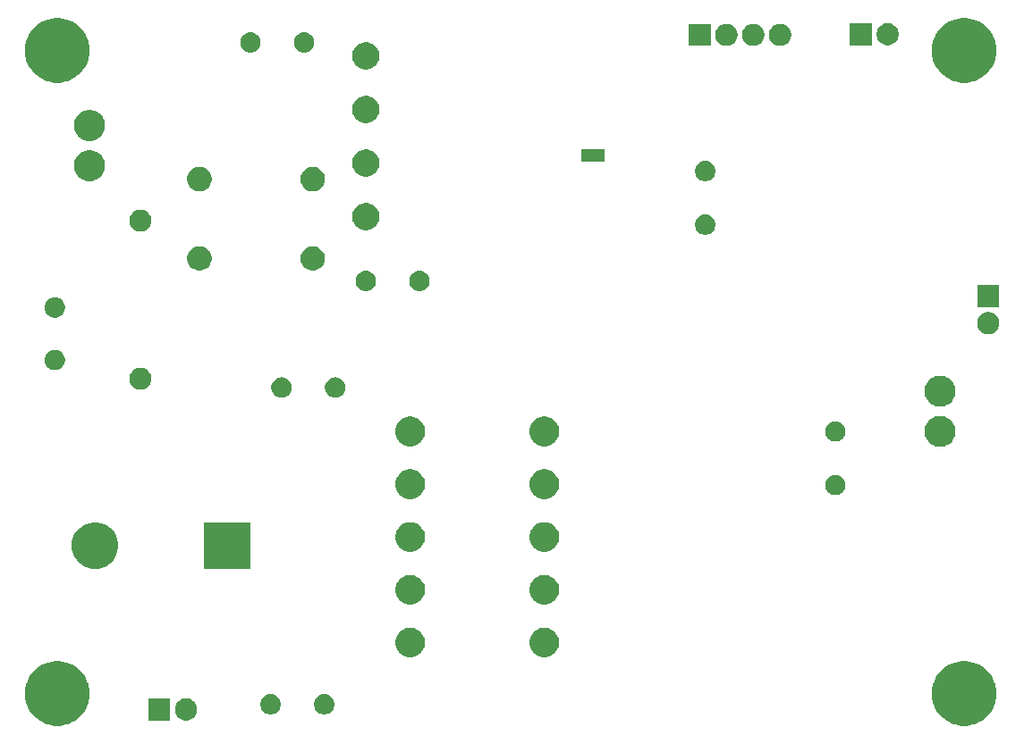
<source format=gbr>
G04 #@! TF.GenerationSoftware,KiCad,Pcbnew,(5.1.5)-3*
G04 #@! TF.CreationDate,2020-01-12T00:37:19-05:00*
G04 #@! TF.ProjectId,MAX17595_offline_20V_supply_v1,4d415831-3735-4393-955f-6f66666c696e,rev?*
G04 #@! TF.SameCoordinates,Original*
G04 #@! TF.FileFunction,Soldermask,Bot*
G04 #@! TF.FilePolarity,Negative*
%FSLAX46Y46*%
G04 Gerber Fmt 4.6, Leading zero omitted, Abs format (unit mm)*
G04 Created by KiCad (PCBNEW (5.1.5)-3) date 2020-01-12 00:37:19*
%MOMM*%
%LPD*%
G04 APERTURE LIST*
%ADD10C,0.100000*%
G04 APERTURE END LIST*
D10*
G36*
X163741073Y-115072696D02*
G01*
X164214772Y-115166920D01*
X164493279Y-115282282D01*
X164771785Y-115397643D01*
X164771786Y-115397644D01*
X165273083Y-115732599D01*
X165699401Y-116158917D01*
X165923211Y-116493873D01*
X166034357Y-116660215D01*
X166149718Y-116938721D01*
X166265080Y-117217228D01*
X166382700Y-117808548D01*
X166382700Y-118411452D01*
X166265080Y-119002772D01*
X166210258Y-119135123D01*
X166034357Y-119559785D01*
X165923211Y-119726127D01*
X165699401Y-120061083D01*
X165273083Y-120487401D01*
X164974062Y-120687200D01*
X164771785Y-120822357D01*
X164493279Y-120937718D01*
X164214772Y-121053080D01*
X163741073Y-121147304D01*
X163623453Y-121170700D01*
X163020547Y-121170700D01*
X162902927Y-121147304D01*
X162429228Y-121053080D01*
X162150721Y-120937718D01*
X161872215Y-120822357D01*
X161669938Y-120687200D01*
X161370917Y-120487401D01*
X160944599Y-120061083D01*
X160720789Y-119726127D01*
X160609643Y-119559785D01*
X160433742Y-119135123D01*
X160378920Y-119002772D01*
X160261300Y-118411452D01*
X160261300Y-117808548D01*
X160378920Y-117217228D01*
X160494282Y-116938721D01*
X160609643Y-116660215D01*
X160720789Y-116493873D01*
X160944599Y-116158917D01*
X161370917Y-115732599D01*
X161872214Y-115397644D01*
X161872215Y-115397643D01*
X162150721Y-115282282D01*
X162429228Y-115166920D01*
X162902927Y-115072696D01*
X163020547Y-115049300D01*
X163623453Y-115049300D01*
X163741073Y-115072696D01*
G37*
G36*
X77889073Y-115072696D02*
G01*
X78362772Y-115166920D01*
X78641279Y-115282282D01*
X78919785Y-115397643D01*
X78919786Y-115397644D01*
X79421083Y-115732599D01*
X79847401Y-116158917D01*
X80071211Y-116493873D01*
X80182357Y-116660215D01*
X80297718Y-116938721D01*
X80413080Y-117217228D01*
X80530700Y-117808548D01*
X80530700Y-118411452D01*
X80413080Y-119002772D01*
X80358258Y-119135123D01*
X80182357Y-119559785D01*
X80071211Y-119726127D01*
X79847401Y-120061083D01*
X79421083Y-120487401D01*
X79122062Y-120687200D01*
X78919785Y-120822357D01*
X78641279Y-120937718D01*
X78362772Y-121053080D01*
X77889073Y-121147304D01*
X77771453Y-121170700D01*
X77168547Y-121170700D01*
X77050927Y-121147304D01*
X76577228Y-121053080D01*
X76298721Y-120937718D01*
X76020215Y-120822357D01*
X75817938Y-120687200D01*
X75518917Y-120487401D01*
X75092599Y-120061083D01*
X74868789Y-119726127D01*
X74757643Y-119559785D01*
X74581742Y-119135123D01*
X74526920Y-119002772D01*
X74409300Y-118411452D01*
X74409300Y-117808548D01*
X74526920Y-117217228D01*
X74642282Y-116938721D01*
X74757643Y-116660215D01*
X74868789Y-116493873D01*
X75092599Y-116158917D01*
X75518917Y-115732599D01*
X76020214Y-115397644D01*
X76020215Y-115397643D01*
X76298721Y-115282282D01*
X76577228Y-115166920D01*
X77050927Y-115072696D01*
X77168547Y-115049300D01*
X77771453Y-115049300D01*
X77889073Y-115072696D01*
G37*
G36*
X88175200Y-120687200D02*
G01*
X86068800Y-120687200D01*
X86068800Y-118580800D01*
X88175200Y-118580800D01*
X88175200Y-120687200D01*
G37*
G36*
X89969207Y-118621274D02*
G01*
X90160877Y-118700666D01*
X90333376Y-118815926D01*
X90480074Y-118962624D01*
X90595334Y-119135123D01*
X90674726Y-119326793D01*
X90715200Y-119530269D01*
X90715200Y-119737731D01*
X90674726Y-119941207D01*
X90595334Y-120132877D01*
X90480074Y-120305376D01*
X90333376Y-120452074D01*
X90160877Y-120567334D01*
X89969207Y-120646726D01*
X89765731Y-120687200D01*
X89558269Y-120687200D01*
X89354793Y-120646726D01*
X89163123Y-120567334D01*
X88990624Y-120452074D01*
X88843926Y-120305376D01*
X88728666Y-120132877D01*
X88649274Y-119941207D01*
X88608800Y-119737731D01*
X88608800Y-119530269D01*
X88649274Y-119326793D01*
X88728666Y-119135123D01*
X88843926Y-118962624D01*
X88990624Y-118815926D01*
X89163123Y-118700666D01*
X89354793Y-118621274D01*
X89558269Y-118580800D01*
X89765731Y-118580800D01*
X89969207Y-118621274D01*
G37*
G36*
X97795155Y-118168178D02*
G01*
X97944537Y-118197891D01*
X98009424Y-118224769D01*
X98120194Y-118270651D01*
X98278279Y-118376280D01*
X98412720Y-118510721D01*
X98518349Y-118668806D01*
X98531546Y-118700667D01*
X98591109Y-118844463D01*
X98628200Y-119030937D01*
X98628200Y-119221063D01*
X98591109Y-119407537D01*
X98564231Y-119472424D01*
X98518349Y-119583194D01*
X98412720Y-119741279D01*
X98278279Y-119875720D01*
X98120194Y-119981349D01*
X98009424Y-120027231D01*
X97944537Y-120054109D01*
X97795155Y-120083822D01*
X97758064Y-120091200D01*
X97567936Y-120091200D01*
X97530845Y-120083822D01*
X97381463Y-120054109D01*
X97316576Y-120027231D01*
X97205806Y-119981349D01*
X97047721Y-119875720D01*
X96913280Y-119741279D01*
X96807651Y-119583194D01*
X96761769Y-119472424D01*
X96734891Y-119407537D01*
X96697800Y-119221063D01*
X96697800Y-119030937D01*
X96734891Y-118844463D01*
X96794454Y-118700667D01*
X96807651Y-118668806D01*
X96913280Y-118510721D01*
X97047721Y-118376280D01*
X97205806Y-118270651D01*
X97316576Y-118224769D01*
X97381463Y-118197891D01*
X97530845Y-118168178D01*
X97567936Y-118160800D01*
X97758064Y-118160800D01*
X97795155Y-118168178D01*
G37*
G36*
X102875155Y-118168178D02*
G01*
X103024537Y-118197891D01*
X103089424Y-118224769D01*
X103200194Y-118270651D01*
X103358279Y-118376280D01*
X103492720Y-118510721D01*
X103598349Y-118668806D01*
X103611546Y-118700667D01*
X103671109Y-118844463D01*
X103708200Y-119030937D01*
X103708200Y-119221063D01*
X103671109Y-119407537D01*
X103644231Y-119472424D01*
X103598349Y-119583194D01*
X103492720Y-119741279D01*
X103358279Y-119875720D01*
X103200194Y-119981349D01*
X103089424Y-120027231D01*
X103024537Y-120054109D01*
X102875155Y-120083822D01*
X102838064Y-120091200D01*
X102647936Y-120091200D01*
X102610845Y-120083822D01*
X102461463Y-120054109D01*
X102396576Y-120027231D01*
X102285806Y-119981349D01*
X102127721Y-119875720D01*
X101993280Y-119741279D01*
X101887651Y-119583194D01*
X101841769Y-119472424D01*
X101814891Y-119407537D01*
X101777800Y-119221063D01*
X101777800Y-119030937D01*
X101814891Y-118844463D01*
X101874454Y-118700667D01*
X101887651Y-118668806D01*
X101993280Y-118510721D01*
X102127721Y-118376280D01*
X102285806Y-118270651D01*
X102396576Y-118224769D01*
X102461463Y-118197891D01*
X102610845Y-118168178D01*
X102647936Y-118160800D01*
X102838064Y-118160800D01*
X102875155Y-118168178D01*
G37*
G36*
X111282194Y-111928474D02*
G01*
X111538743Y-112034740D01*
X111769631Y-112189014D01*
X111965986Y-112385369D01*
X112120260Y-112616257D01*
X112226526Y-112872806D01*
X112280700Y-113145157D01*
X112280700Y-113422843D01*
X112226526Y-113695194D01*
X112120260Y-113951743D01*
X111965986Y-114182631D01*
X111769631Y-114378986D01*
X111538743Y-114533260D01*
X111282194Y-114639526D01*
X111009843Y-114693700D01*
X110732157Y-114693700D01*
X110459806Y-114639526D01*
X110203257Y-114533260D01*
X109972369Y-114378986D01*
X109776014Y-114182631D01*
X109621740Y-113951743D01*
X109515474Y-113695194D01*
X109461300Y-113422843D01*
X109461300Y-113145157D01*
X109515474Y-112872806D01*
X109621740Y-112616257D01*
X109776014Y-112385369D01*
X109972369Y-112189014D01*
X110203257Y-112034740D01*
X110459806Y-111928474D01*
X110732157Y-111874300D01*
X111009843Y-111874300D01*
X111282194Y-111928474D01*
G37*
G36*
X123982194Y-111928474D02*
G01*
X124238743Y-112034740D01*
X124469631Y-112189014D01*
X124665986Y-112385369D01*
X124820260Y-112616257D01*
X124926526Y-112872806D01*
X124980700Y-113145157D01*
X124980700Y-113422843D01*
X124926526Y-113695194D01*
X124820260Y-113951743D01*
X124665986Y-114182631D01*
X124469631Y-114378986D01*
X124238743Y-114533260D01*
X123982194Y-114639526D01*
X123709843Y-114693700D01*
X123432157Y-114693700D01*
X123159806Y-114639526D01*
X122903257Y-114533260D01*
X122672369Y-114378986D01*
X122476014Y-114182631D01*
X122321740Y-113951743D01*
X122215474Y-113695194D01*
X122161300Y-113422843D01*
X122161300Y-113145157D01*
X122215474Y-112872806D01*
X122321740Y-112616257D01*
X122476014Y-112385369D01*
X122672369Y-112189014D01*
X122903257Y-112034740D01*
X123159806Y-111928474D01*
X123432157Y-111874300D01*
X123709843Y-111874300D01*
X123982194Y-111928474D01*
G37*
G36*
X111282194Y-106924674D02*
G01*
X111538743Y-107030940D01*
X111769631Y-107185214D01*
X111965986Y-107381569D01*
X112120260Y-107612457D01*
X112226526Y-107869006D01*
X112280700Y-108141357D01*
X112280700Y-108419043D01*
X112226526Y-108691394D01*
X112120260Y-108947943D01*
X111965986Y-109178831D01*
X111769631Y-109375186D01*
X111538743Y-109529460D01*
X111282194Y-109635726D01*
X111009843Y-109689900D01*
X110732157Y-109689900D01*
X110459806Y-109635726D01*
X110203257Y-109529460D01*
X109972369Y-109375186D01*
X109776014Y-109178831D01*
X109621740Y-108947943D01*
X109515474Y-108691394D01*
X109461300Y-108419043D01*
X109461300Y-108141357D01*
X109515474Y-107869006D01*
X109621740Y-107612457D01*
X109776014Y-107381569D01*
X109972369Y-107185214D01*
X110203257Y-107030940D01*
X110459806Y-106924674D01*
X110732157Y-106870500D01*
X111009843Y-106870500D01*
X111282194Y-106924674D01*
G37*
G36*
X123982194Y-106924674D02*
G01*
X124238743Y-107030940D01*
X124469631Y-107185214D01*
X124665986Y-107381569D01*
X124820260Y-107612457D01*
X124926526Y-107869006D01*
X124980700Y-108141357D01*
X124980700Y-108419043D01*
X124926526Y-108691394D01*
X124820260Y-108947943D01*
X124665986Y-109178831D01*
X124469631Y-109375186D01*
X124238743Y-109529460D01*
X123982194Y-109635726D01*
X123709843Y-109689900D01*
X123432157Y-109689900D01*
X123159806Y-109635726D01*
X122903257Y-109529460D01*
X122672369Y-109375186D01*
X122476014Y-109178831D01*
X122321740Y-108947943D01*
X122215474Y-108691394D01*
X122161300Y-108419043D01*
X122161300Y-108141357D01*
X122215474Y-107869006D01*
X122321740Y-107612457D01*
X122476014Y-107381569D01*
X122672369Y-107185214D01*
X122903257Y-107030940D01*
X123159806Y-106924674D01*
X123432157Y-106870500D01*
X123709843Y-106870500D01*
X123982194Y-106924674D01*
G37*
G36*
X81691650Y-101971468D02*
G01*
X82092605Y-102137549D01*
X82453458Y-102378663D01*
X82760337Y-102685542D01*
X83001451Y-103046395D01*
X83167532Y-103447350D01*
X83252200Y-103873004D01*
X83252200Y-104306996D01*
X83167532Y-104732650D01*
X83001451Y-105133605D01*
X82760337Y-105494458D01*
X82453458Y-105801337D01*
X82092605Y-106042451D01*
X81691650Y-106208532D01*
X81265996Y-106293200D01*
X80832004Y-106293200D01*
X80406350Y-106208532D01*
X80005395Y-106042451D01*
X79644542Y-105801337D01*
X79337663Y-105494458D01*
X79096549Y-105133605D01*
X78930468Y-104732650D01*
X78845800Y-104306996D01*
X78845800Y-103873004D01*
X78930468Y-103447350D01*
X79096549Y-103046395D01*
X79337663Y-102685542D01*
X79644542Y-102378663D01*
X80005395Y-102137549D01*
X80406350Y-101971468D01*
X80832004Y-101886800D01*
X81265996Y-101886800D01*
X81691650Y-101971468D01*
G37*
G36*
X95752200Y-106293200D02*
G01*
X91345800Y-106293200D01*
X91345800Y-101886800D01*
X95752200Y-101886800D01*
X95752200Y-106293200D01*
G37*
G36*
X123982194Y-101920874D02*
G01*
X124238743Y-102027140D01*
X124469631Y-102181414D01*
X124665986Y-102377769D01*
X124820260Y-102608657D01*
X124926526Y-102865206D01*
X124980700Y-103137557D01*
X124980700Y-103415243D01*
X124926526Y-103687594D01*
X124820260Y-103944143D01*
X124665986Y-104175031D01*
X124469631Y-104371386D01*
X124238743Y-104525660D01*
X123982194Y-104631926D01*
X123709843Y-104686100D01*
X123432157Y-104686100D01*
X123159806Y-104631926D01*
X122903257Y-104525660D01*
X122672369Y-104371386D01*
X122476014Y-104175031D01*
X122321740Y-103944143D01*
X122215474Y-103687594D01*
X122161300Y-103415243D01*
X122161300Y-103137557D01*
X122215474Y-102865206D01*
X122321740Y-102608657D01*
X122476014Y-102377769D01*
X122672369Y-102181414D01*
X122903257Y-102027140D01*
X123159806Y-101920874D01*
X123432157Y-101866700D01*
X123709843Y-101866700D01*
X123982194Y-101920874D01*
G37*
G36*
X111282194Y-101920874D02*
G01*
X111538743Y-102027140D01*
X111769631Y-102181414D01*
X111965986Y-102377769D01*
X112120260Y-102608657D01*
X112226526Y-102865206D01*
X112280700Y-103137557D01*
X112280700Y-103415243D01*
X112226526Y-103687594D01*
X112120260Y-103944143D01*
X111965986Y-104175031D01*
X111769631Y-104371386D01*
X111538743Y-104525660D01*
X111282194Y-104631926D01*
X111009843Y-104686100D01*
X110732157Y-104686100D01*
X110459806Y-104631926D01*
X110203257Y-104525660D01*
X109972369Y-104371386D01*
X109776014Y-104175031D01*
X109621740Y-103944143D01*
X109515474Y-103687594D01*
X109461300Y-103415243D01*
X109461300Y-103137557D01*
X109515474Y-102865206D01*
X109621740Y-102608657D01*
X109776014Y-102377769D01*
X109972369Y-102181414D01*
X110203257Y-102027140D01*
X110459806Y-101920874D01*
X110732157Y-101866700D01*
X111009843Y-101866700D01*
X111282194Y-101920874D01*
G37*
G36*
X111282194Y-96917074D02*
G01*
X111538743Y-97023340D01*
X111769631Y-97177614D01*
X111965986Y-97373969D01*
X112120260Y-97604857D01*
X112226526Y-97861406D01*
X112280700Y-98133757D01*
X112280700Y-98411443D01*
X112226526Y-98683794D01*
X112120260Y-98940343D01*
X111965986Y-99171231D01*
X111769631Y-99367586D01*
X111538743Y-99521860D01*
X111282194Y-99628126D01*
X111009843Y-99682300D01*
X110732157Y-99682300D01*
X110459806Y-99628126D01*
X110203257Y-99521860D01*
X109972369Y-99367586D01*
X109776014Y-99171231D01*
X109621740Y-98940343D01*
X109515474Y-98683794D01*
X109461300Y-98411443D01*
X109461300Y-98133757D01*
X109515474Y-97861406D01*
X109621740Y-97604857D01*
X109776014Y-97373969D01*
X109972369Y-97177614D01*
X110203257Y-97023340D01*
X110459806Y-96917074D01*
X110732157Y-96862900D01*
X111009843Y-96862900D01*
X111282194Y-96917074D01*
G37*
G36*
X123982194Y-96917074D02*
G01*
X124238743Y-97023340D01*
X124469631Y-97177614D01*
X124665986Y-97373969D01*
X124820260Y-97604857D01*
X124926526Y-97861406D01*
X124980700Y-98133757D01*
X124980700Y-98411443D01*
X124926526Y-98683794D01*
X124820260Y-98940343D01*
X124665986Y-99171231D01*
X124469631Y-99367586D01*
X124238743Y-99521860D01*
X123982194Y-99628126D01*
X123709843Y-99682300D01*
X123432157Y-99682300D01*
X123159806Y-99628126D01*
X122903257Y-99521860D01*
X122672369Y-99367586D01*
X122476014Y-99171231D01*
X122321740Y-98940343D01*
X122215474Y-98683794D01*
X122161300Y-98411443D01*
X122161300Y-98133757D01*
X122215474Y-97861406D01*
X122321740Y-97604857D01*
X122476014Y-97373969D01*
X122672369Y-97177614D01*
X122903257Y-97023340D01*
X123159806Y-96917074D01*
X123432157Y-96862900D01*
X123709843Y-96862900D01*
X123982194Y-96917074D01*
G37*
G36*
X151262155Y-97390978D02*
G01*
X151411537Y-97420691D01*
X151476424Y-97447569D01*
X151587194Y-97493451D01*
X151745279Y-97599080D01*
X151879720Y-97733521D01*
X151985349Y-97891606D01*
X152031231Y-98002376D01*
X152058109Y-98067263D01*
X152095200Y-98253737D01*
X152095200Y-98443863D01*
X152058109Y-98630337D01*
X152031231Y-98695224D01*
X151985349Y-98805994D01*
X151879720Y-98964079D01*
X151745279Y-99098520D01*
X151587194Y-99204149D01*
X151476424Y-99250031D01*
X151411537Y-99276909D01*
X151262155Y-99306622D01*
X151225064Y-99314000D01*
X151034936Y-99314000D01*
X150997845Y-99306622D01*
X150848463Y-99276909D01*
X150783576Y-99250031D01*
X150672806Y-99204149D01*
X150514721Y-99098520D01*
X150380280Y-98964079D01*
X150274651Y-98805994D01*
X150228769Y-98695224D01*
X150201891Y-98630337D01*
X150164800Y-98443863D01*
X150164800Y-98253737D01*
X150201891Y-98067263D01*
X150228769Y-98002376D01*
X150274651Y-97891606D01*
X150380280Y-97733521D01*
X150514721Y-97599080D01*
X150672806Y-97493451D01*
X150783576Y-97447569D01*
X150848463Y-97420691D01*
X150997845Y-97390978D01*
X151034936Y-97383600D01*
X151225064Y-97383600D01*
X151262155Y-97390978D01*
G37*
G36*
X161237711Y-91806861D02*
G01*
X161465716Y-91852213D01*
X161599770Y-91907741D01*
X161733822Y-91963267D01*
X161733823Y-91963268D01*
X161975111Y-92124491D01*
X162180309Y-92329689D01*
X162236277Y-92413452D01*
X162341533Y-92570978D01*
X162452587Y-92839084D01*
X162509200Y-93123703D01*
X162509200Y-93413897D01*
X162452587Y-93698516D01*
X162441205Y-93725994D01*
X162341533Y-93966622D01*
X162341532Y-93966623D01*
X162180309Y-94207911D01*
X161975111Y-94413109D01*
X161818040Y-94518060D01*
X161733822Y-94574333D01*
X161465716Y-94685387D01*
X161237711Y-94730739D01*
X161181098Y-94742000D01*
X160890902Y-94742000D01*
X160834289Y-94730739D01*
X160606284Y-94685387D01*
X160338178Y-94574333D01*
X160253960Y-94518060D01*
X160096889Y-94413109D01*
X159891691Y-94207911D01*
X159730468Y-93966623D01*
X159730467Y-93966622D01*
X159630795Y-93725994D01*
X159619413Y-93698516D01*
X159562800Y-93413897D01*
X159562800Y-93123703D01*
X159619413Y-92839084D01*
X159730467Y-92570978D01*
X159835723Y-92413452D01*
X159891691Y-92329689D01*
X160096889Y-92124491D01*
X160338177Y-91963268D01*
X160338178Y-91963267D01*
X160472230Y-91907741D01*
X160606284Y-91852213D01*
X160834289Y-91806861D01*
X160890902Y-91795600D01*
X161181098Y-91795600D01*
X161237711Y-91806861D01*
G37*
G36*
X123982194Y-91913274D02*
G01*
X124238743Y-92019540D01*
X124469631Y-92173814D01*
X124665986Y-92370169D01*
X124820260Y-92601057D01*
X124926526Y-92857606D01*
X124980700Y-93129957D01*
X124980700Y-93407643D01*
X124926526Y-93679994D01*
X124820260Y-93936543D01*
X124665986Y-94167431D01*
X124469631Y-94363786D01*
X124238743Y-94518060D01*
X123982194Y-94624326D01*
X123709843Y-94678500D01*
X123432157Y-94678500D01*
X123159806Y-94624326D01*
X122903257Y-94518060D01*
X122672369Y-94363786D01*
X122476014Y-94167431D01*
X122321740Y-93936543D01*
X122215474Y-93679994D01*
X122161300Y-93407643D01*
X122161300Y-93129957D01*
X122215474Y-92857606D01*
X122321740Y-92601057D01*
X122476014Y-92370169D01*
X122672369Y-92173814D01*
X122903257Y-92019540D01*
X123159806Y-91913274D01*
X123432157Y-91859100D01*
X123709843Y-91859100D01*
X123982194Y-91913274D01*
G37*
G36*
X111282194Y-91913274D02*
G01*
X111538743Y-92019540D01*
X111769631Y-92173814D01*
X111965986Y-92370169D01*
X112120260Y-92601057D01*
X112226526Y-92857606D01*
X112280700Y-93129957D01*
X112280700Y-93407643D01*
X112226526Y-93679994D01*
X112120260Y-93936543D01*
X111965986Y-94167431D01*
X111769631Y-94363786D01*
X111538743Y-94518060D01*
X111282194Y-94624326D01*
X111009843Y-94678500D01*
X110732157Y-94678500D01*
X110459806Y-94624326D01*
X110203257Y-94518060D01*
X109972369Y-94363786D01*
X109776014Y-94167431D01*
X109621740Y-93936543D01*
X109515474Y-93679994D01*
X109461300Y-93407643D01*
X109461300Y-93129957D01*
X109515474Y-92857606D01*
X109621740Y-92601057D01*
X109776014Y-92370169D01*
X109972369Y-92173814D01*
X110203257Y-92019540D01*
X110459806Y-91913274D01*
X110732157Y-91859100D01*
X111009843Y-91859100D01*
X111282194Y-91913274D01*
G37*
G36*
X151262155Y-92310978D02*
G01*
X151411537Y-92340691D01*
X151476424Y-92367569D01*
X151587194Y-92413451D01*
X151745279Y-92519080D01*
X151879720Y-92653521D01*
X151985349Y-92811606D01*
X152031231Y-92922376D01*
X152058109Y-92987263D01*
X152095200Y-93173737D01*
X152095200Y-93363863D01*
X152058109Y-93550337D01*
X152031231Y-93615224D01*
X151985349Y-93725994D01*
X151879720Y-93884079D01*
X151745279Y-94018520D01*
X151587194Y-94124149D01*
X151482702Y-94167431D01*
X151411537Y-94196909D01*
X151262155Y-94226622D01*
X151225064Y-94234000D01*
X151034936Y-94234000D01*
X150997845Y-94226622D01*
X150848463Y-94196909D01*
X150777298Y-94167431D01*
X150672806Y-94124149D01*
X150514721Y-94018520D01*
X150380280Y-93884079D01*
X150274651Y-93725994D01*
X150228769Y-93615224D01*
X150201891Y-93550337D01*
X150164800Y-93363863D01*
X150164800Y-93173737D01*
X150201891Y-92987263D01*
X150228769Y-92922376D01*
X150274651Y-92811606D01*
X150380280Y-92653521D01*
X150514721Y-92519080D01*
X150672806Y-92413451D01*
X150783576Y-92367569D01*
X150848463Y-92340691D01*
X150997845Y-92310978D01*
X151034936Y-92303600D01*
X151225064Y-92303600D01*
X151262155Y-92310978D01*
G37*
G36*
X161237711Y-87996861D02*
G01*
X161465716Y-88042213D01*
X161599770Y-88097741D01*
X161733822Y-88153267D01*
X161766484Y-88175091D01*
X161975111Y-88314491D01*
X162180309Y-88519689D01*
X162264711Y-88646006D01*
X162341533Y-88760978D01*
X162452587Y-89029084D01*
X162509200Y-89313703D01*
X162509200Y-89603897D01*
X162452587Y-89888516D01*
X162423578Y-89958548D01*
X162341533Y-90156622D01*
X162341532Y-90156623D01*
X162180309Y-90397911D01*
X161975111Y-90603109D01*
X161813887Y-90710835D01*
X161733822Y-90764333D01*
X161465716Y-90875387D01*
X161237711Y-90920739D01*
X161181098Y-90932000D01*
X160890902Y-90932000D01*
X160834289Y-90920739D01*
X160606284Y-90875387D01*
X160338178Y-90764333D01*
X160258113Y-90710835D01*
X160096889Y-90603109D01*
X159891691Y-90397911D01*
X159730468Y-90156623D01*
X159730467Y-90156622D01*
X159648422Y-89958548D01*
X159619413Y-89888516D01*
X159562800Y-89603897D01*
X159562800Y-89313703D01*
X159619413Y-89029084D01*
X159730467Y-88760978D01*
X159807289Y-88646006D01*
X159891691Y-88519689D01*
X160096889Y-88314491D01*
X160305516Y-88175091D01*
X160338178Y-88153267D01*
X160472230Y-88097741D01*
X160606284Y-88042213D01*
X160834289Y-87996861D01*
X160890902Y-87985600D01*
X161181098Y-87985600D01*
X161237711Y-87996861D01*
G37*
G36*
X98836555Y-88145378D02*
G01*
X98985937Y-88175091D01*
X99050824Y-88201969D01*
X99161594Y-88247851D01*
X99319679Y-88353480D01*
X99454120Y-88487921D01*
X99559749Y-88646006D01*
X99603765Y-88752271D01*
X99632509Y-88821663D01*
X99669600Y-89008137D01*
X99669600Y-89198263D01*
X99632509Y-89384737D01*
X99605631Y-89449624D01*
X99559749Y-89560394D01*
X99454120Y-89718479D01*
X99319679Y-89852920D01*
X99161594Y-89958549D01*
X99050824Y-90004431D01*
X98985937Y-90031309D01*
X98836555Y-90061022D01*
X98799464Y-90068400D01*
X98609336Y-90068400D01*
X98572245Y-90061022D01*
X98422863Y-90031309D01*
X98357976Y-90004431D01*
X98247206Y-89958549D01*
X98089121Y-89852920D01*
X97954680Y-89718479D01*
X97849051Y-89560394D01*
X97803169Y-89449624D01*
X97776291Y-89384737D01*
X97739200Y-89198263D01*
X97739200Y-89008137D01*
X97776291Y-88821663D01*
X97805035Y-88752271D01*
X97849051Y-88646006D01*
X97954680Y-88487921D01*
X98089121Y-88353480D01*
X98247206Y-88247851D01*
X98357976Y-88201969D01*
X98422863Y-88175091D01*
X98572245Y-88145378D01*
X98609336Y-88138000D01*
X98799464Y-88138000D01*
X98836555Y-88145378D01*
G37*
G36*
X103916555Y-88145378D02*
G01*
X104065937Y-88175091D01*
X104130824Y-88201969D01*
X104241594Y-88247851D01*
X104399679Y-88353480D01*
X104534120Y-88487921D01*
X104639749Y-88646006D01*
X104683765Y-88752271D01*
X104712509Y-88821663D01*
X104749600Y-89008137D01*
X104749600Y-89198263D01*
X104712509Y-89384737D01*
X104685631Y-89449624D01*
X104639749Y-89560394D01*
X104534120Y-89718479D01*
X104399679Y-89852920D01*
X104241594Y-89958549D01*
X104130824Y-90004431D01*
X104065937Y-90031309D01*
X103916555Y-90061022D01*
X103879464Y-90068400D01*
X103689336Y-90068400D01*
X103652245Y-90061022D01*
X103502863Y-90031309D01*
X103437976Y-90004431D01*
X103327206Y-89958549D01*
X103169121Y-89852920D01*
X103034680Y-89718479D01*
X102929051Y-89560394D01*
X102883169Y-89449624D01*
X102856291Y-89384737D01*
X102819200Y-89198263D01*
X102819200Y-89008137D01*
X102856291Y-88821663D01*
X102885035Y-88752271D01*
X102929051Y-88646006D01*
X103034680Y-88487921D01*
X103169121Y-88353480D01*
X103327206Y-88247851D01*
X103437976Y-88201969D01*
X103502863Y-88175091D01*
X103652245Y-88145378D01*
X103689336Y-88138000D01*
X103879464Y-88138000D01*
X103916555Y-88145378D01*
G37*
G36*
X85644061Y-87275833D02*
G01*
X85831272Y-87353378D01*
X85999758Y-87465957D01*
X86143043Y-87609242D01*
X86255622Y-87777728D01*
X86333167Y-87964939D01*
X86372700Y-88163682D01*
X86372700Y-88366318D01*
X86333167Y-88565061D01*
X86255622Y-88752272D01*
X86143043Y-88920758D01*
X85999758Y-89064043D01*
X85831272Y-89176622D01*
X85644061Y-89254167D01*
X85445318Y-89293700D01*
X85242682Y-89293700D01*
X85043939Y-89254167D01*
X84856728Y-89176622D01*
X84688242Y-89064043D01*
X84544957Y-88920758D01*
X84432378Y-88752272D01*
X84354833Y-88565061D01*
X84315300Y-88366318D01*
X84315300Y-88163682D01*
X84354833Y-87964939D01*
X84432378Y-87777728D01*
X84544957Y-87609242D01*
X84688242Y-87465957D01*
X84856728Y-87353378D01*
X85043939Y-87275833D01*
X85242682Y-87236300D01*
X85445318Y-87236300D01*
X85644061Y-87275833D01*
G37*
G36*
X77373155Y-85541878D02*
G01*
X77522537Y-85571591D01*
X77587424Y-85598469D01*
X77698194Y-85644351D01*
X77856279Y-85749980D01*
X77990720Y-85884421D01*
X78096349Y-86042506D01*
X78142231Y-86153276D01*
X78169109Y-86218163D01*
X78206200Y-86404637D01*
X78206200Y-86594763D01*
X78169109Y-86781237D01*
X78142231Y-86846124D01*
X78096349Y-86956894D01*
X77990720Y-87114979D01*
X77856279Y-87249420D01*
X77698194Y-87355049D01*
X77587424Y-87400931D01*
X77522537Y-87427809D01*
X77373155Y-87457522D01*
X77336064Y-87464900D01*
X77145936Y-87464900D01*
X77108845Y-87457522D01*
X76959463Y-87427809D01*
X76894576Y-87400931D01*
X76783806Y-87355049D01*
X76625721Y-87249420D01*
X76491280Y-87114979D01*
X76385651Y-86956894D01*
X76339769Y-86846124D01*
X76312891Y-86781237D01*
X76275800Y-86594763D01*
X76275800Y-86404637D01*
X76312891Y-86218163D01*
X76339769Y-86153276D01*
X76385651Y-86042506D01*
X76491280Y-85884421D01*
X76625721Y-85749980D01*
X76783806Y-85644351D01*
X76894576Y-85598469D01*
X76959463Y-85571591D01*
X77108845Y-85541878D01*
X77145936Y-85534500D01*
X77336064Y-85534500D01*
X77373155Y-85541878D01*
G37*
G36*
X165915207Y-81994474D02*
G01*
X166106877Y-82073866D01*
X166279376Y-82189126D01*
X166426074Y-82335824D01*
X166541334Y-82508323D01*
X166620726Y-82699993D01*
X166661200Y-82903469D01*
X166661200Y-83110931D01*
X166620726Y-83314407D01*
X166541334Y-83506077D01*
X166426074Y-83678576D01*
X166279376Y-83825274D01*
X166106877Y-83940534D01*
X165915207Y-84019926D01*
X165711731Y-84060400D01*
X165504269Y-84060400D01*
X165300793Y-84019926D01*
X165109123Y-83940534D01*
X164936624Y-83825274D01*
X164789926Y-83678576D01*
X164674666Y-83506077D01*
X164595274Y-83314407D01*
X164554800Y-83110931D01*
X164554800Y-82903469D01*
X164595274Y-82699993D01*
X164674666Y-82508323D01*
X164789926Y-82335824D01*
X164936624Y-82189126D01*
X165109123Y-82073866D01*
X165300793Y-81994474D01*
X165504269Y-81954000D01*
X165711731Y-81954000D01*
X165915207Y-81994474D01*
G37*
G36*
X77373155Y-80563478D02*
G01*
X77522537Y-80593191D01*
X77587424Y-80620069D01*
X77698194Y-80665951D01*
X77856279Y-80771580D01*
X77990720Y-80906021D01*
X78096349Y-81064106D01*
X78142231Y-81174876D01*
X78169109Y-81239763D01*
X78206200Y-81426237D01*
X78206200Y-81616363D01*
X78169109Y-81802837D01*
X78142231Y-81867724D01*
X78096349Y-81978494D01*
X77990720Y-82136579D01*
X77856279Y-82271020D01*
X77698194Y-82376649D01*
X77587424Y-82422531D01*
X77522537Y-82449409D01*
X77373155Y-82479122D01*
X77336064Y-82486500D01*
X77145936Y-82486500D01*
X77108845Y-82479122D01*
X76959463Y-82449409D01*
X76894576Y-82422531D01*
X76783806Y-82376649D01*
X76625721Y-82271020D01*
X76491280Y-82136579D01*
X76385651Y-81978494D01*
X76339769Y-81867724D01*
X76312891Y-81802837D01*
X76275800Y-81616363D01*
X76275800Y-81426237D01*
X76312891Y-81239763D01*
X76339769Y-81174876D01*
X76385651Y-81064106D01*
X76491280Y-80906021D01*
X76625721Y-80771580D01*
X76783806Y-80665951D01*
X76894576Y-80620069D01*
X76959463Y-80593191D01*
X77108845Y-80563478D01*
X77145936Y-80556100D01*
X77336064Y-80556100D01*
X77373155Y-80563478D01*
G37*
G36*
X166661200Y-81520400D02*
G01*
X164554800Y-81520400D01*
X164554800Y-79414000D01*
X166661200Y-79414000D01*
X166661200Y-81520400D01*
G37*
G36*
X111892155Y-78036178D02*
G01*
X112041537Y-78065891D01*
X112106424Y-78092769D01*
X112217194Y-78138651D01*
X112375279Y-78244280D01*
X112509720Y-78378721D01*
X112615349Y-78536806D01*
X112661231Y-78647576D01*
X112688109Y-78712463D01*
X112725200Y-78898937D01*
X112725200Y-79089063D01*
X112688109Y-79275537D01*
X112661231Y-79340424D01*
X112615349Y-79451194D01*
X112509720Y-79609279D01*
X112375279Y-79743720D01*
X112217194Y-79849349D01*
X112106424Y-79895231D01*
X112041537Y-79922109D01*
X111892155Y-79951822D01*
X111855064Y-79959200D01*
X111664936Y-79959200D01*
X111627845Y-79951822D01*
X111478463Y-79922109D01*
X111413576Y-79895231D01*
X111302806Y-79849349D01*
X111144721Y-79743720D01*
X111010280Y-79609279D01*
X110904651Y-79451194D01*
X110858769Y-79340424D01*
X110831891Y-79275537D01*
X110794800Y-79089063D01*
X110794800Y-78898937D01*
X110831891Y-78712463D01*
X110858769Y-78647576D01*
X110904651Y-78536806D01*
X111010280Y-78378721D01*
X111144721Y-78244280D01*
X111302806Y-78138651D01*
X111413576Y-78092769D01*
X111478463Y-78065891D01*
X111627845Y-78036178D01*
X111664936Y-78028800D01*
X111855064Y-78028800D01*
X111892155Y-78036178D01*
G37*
G36*
X106812155Y-78036178D02*
G01*
X106961537Y-78065891D01*
X107026424Y-78092769D01*
X107137194Y-78138651D01*
X107295279Y-78244280D01*
X107429720Y-78378721D01*
X107535349Y-78536806D01*
X107581231Y-78647576D01*
X107608109Y-78712463D01*
X107645200Y-78898937D01*
X107645200Y-79089063D01*
X107608109Y-79275537D01*
X107581231Y-79340424D01*
X107535349Y-79451194D01*
X107429720Y-79609279D01*
X107295279Y-79743720D01*
X107137194Y-79849349D01*
X107026424Y-79895231D01*
X106961537Y-79922109D01*
X106812155Y-79951822D01*
X106775064Y-79959200D01*
X106584936Y-79959200D01*
X106547845Y-79951822D01*
X106398463Y-79922109D01*
X106333576Y-79895231D01*
X106222806Y-79849349D01*
X106064721Y-79743720D01*
X105930280Y-79609279D01*
X105824651Y-79451194D01*
X105778769Y-79340424D01*
X105751891Y-79275537D01*
X105714800Y-79089063D01*
X105714800Y-78898937D01*
X105751891Y-78712463D01*
X105778769Y-78647576D01*
X105824651Y-78536806D01*
X105930280Y-78378721D01*
X106064721Y-78244280D01*
X106222806Y-78138651D01*
X106333576Y-78092769D01*
X106398463Y-78065891D01*
X106547845Y-78036178D01*
X106584936Y-78028800D01*
X106775064Y-78028800D01*
X106812155Y-78036178D01*
G37*
G36*
X101987905Y-75749113D02*
G01*
X102198229Y-75836232D01*
X102387516Y-75962709D01*
X102548491Y-76123684D01*
X102674968Y-76312971D01*
X102762087Y-76523295D01*
X102806500Y-76746573D01*
X102806500Y-76974227D01*
X102762087Y-77197505D01*
X102674968Y-77407829D01*
X102548491Y-77597116D01*
X102387516Y-77758091D01*
X102198229Y-77884568D01*
X101987905Y-77971687D01*
X101764627Y-78016100D01*
X101536973Y-78016100D01*
X101313695Y-77971687D01*
X101103371Y-77884568D01*
X100914084Y-77758091D01*
X100753109Y-77597116D01*
X100626632Y-77407829D01*
X100539513Y-77197505D01*
X100495100Y-76974227D01*
X100495100Y-76746573D01*
X100539513Y-76523295D01*
X100626632Y-76312971D01*
X100753109Y-76123684D01*
X100914084Y-75962709D01*
X101103371Y-75836232D01*
X101313695Y-75749113D01*
X101536973Y-75704700D01*
X101764627Y-75704700D01*
X101987905Y-75749113D01*
G37*
G36*
X91269105Y-75749113D02*
G01*
X91479429Y-75836232D01*
X91668716Y-75962709D01*
X91829691Y-76123684D01*
X91956168Y-76312971D01*
X92043287Y-76523295D01*
X92087700Y-76746573D01*
X92087700Y-76974227D01*
X92043287Y-77197505D01*
X91956168Y-77407829D01*
X91829691Y-77597116D01*
X91668716Y-77758091D01*
X91479429Y-77884568D01*
X91269105Y-77971687D01*
X91045827Y-78016100D01*
X90818173Y-78016100D01*
X90594895Y-77971687D01*
X90384571Y-77884568D01*
X90195284Y-77758091D01*
X90034309Y-77597116D01*
X89907832Y-77407829D01*
X89820713Y-77197505D01*
X89776300Y-76974227D01*
X89776300Y-76746573D01*
X89820713Y-76523295D01*
X89907832Y-76312971D01*
X90034309Y-76123684D01*
X90195284Y-75962709D01*
X90384571Y-75836232D01*
X90594895Y-75749113D01*
X90818173Y-75704700D01*
X91045827Y-75704700D01*
X91269105Y-75749113D01*
G37*
G36*
X138943155Y-72702178D02*
G01*
X139092537Y-72731891D01*
X139157424Y-72758769D01*
X139268194Y-72804651D01*
X139426279Y-72910280D01*
X139560720Y-73044721D01*
X139666349Y-73202806D01*
X139695072Y-73272150D01*
X139739109Y-73378463D01*
X139764395Y-73505586D01*
X139776200Y-73564936D01*
X139776200Y-73755064D01*
X139768822Y-73792155D01*
X139739109Y-73941537D01*
X139712231Y-74006424D01*
X139666349Y-74117194D01*
X139560720Y-74275279D01*
X139426279Y-74409720D01*
X139268194Y-74515349D01*
X139157424Y-74561231D01*
X139092537Y-74588109D01*
X138943155Y-74617822D01*
X138906064Y-74625200D01*
X138715936Y-74625200D01*
X138678845Y-74617822D01*
X138529463Y-74588109D01*
X138464576Y-74561231D01*
X138353806Y-74515349D01*
X138195721Y-74409720D01*
X138061280Y-74275279D01*
X137955651Y-74117194D01*
X137909769Y-74006424D01*
X137882891Y-73941537D01*
X137853178Y-73792155D01*
X137845800Y-73755064D01*
X137845800Y-73564936D01*
X137857605Y-73505586D01*
X137882891Y-73378463D01*
X137926928Y-73272150D01*
X137955651Y-73202806D01*
X138061280Y-73044721D01*
X138195721Y-72910280D01*
X138353806Y-72804651D01*
X138464576Y-72758769D01*
X138529463Y-72731891D01*
X138678845Y-72702178D01*
X138715936Y-72694800D01*
X138906064Y-72694800D01*
X138943155Y-72702178D01*
G37*
G36*
X85644061Y-72289833D02*
G01*
X85831272Y-72367378D01*
X85999758Y-72479957D01*
X86143043Y-72623242D01*
X86255622Y-72791728D01*
X86333167Y-72978939D01*
X86372700Y-73177682D01*
X86372700Y-73380318D01*
X86333167Y-73579061D01*
X86255622Y-73766272D01*
X86143043Y-73934758D01*
X85999758Y-74078043D01*
X85831272Y-74190622D01*
X85644061Y-74268167D01*
X85445318Y-74307700D01*
X85242682Y-74307700D01*
X85043939Y-74268167D01*
X84856728Y-74190622D01*
X84688242Y-74078043D01*
X84544957Y-73934758D01*
X84432378Y-73766272D01*
X84354833Y-73579061D01*
X84315300Y-73380318D01*
X84315300Y-73177682D01*
X84354833Y-72978939D01*
X84432378Y-72791728D01*
X84544957Y-72623242D01*
X84688242Y-72479957D01*
X84856728Y-72367378D01*
X85043939Y-72289833D01*
X85242682Y-72250300D01*
X85445318Y-72250300D01*
X85644061Y-72289833D01*
G37*
G36*
X107054150Y-71664594D02*
G01*
X107287586Y-71761286D01*
X107497674Y-71901662D01*
X107676338Y-72080326D01*
X107789911Y-72250300D01*
X107816714Y-72290414D01*
X107913406Y-72523850D01*
X107962700Y-72771665D01*
X107962700Y-73024335D01*
X107913406Y-73272150D01*
X107816714Y-73505586D01*
X107676338Y-73715674D01*
X107497674Y-73894338D01*
X107287586Y-74034714D01*
X107054150Y-74131406D01*
X106806335Y-74180700D01*
X106553665Y-74180700D01*
X106305850Y-74131406D01*
X106072414Y-74034714D01*
X105862326Y-73894338D01*
X105683662Y-73715674D01*
X105543286Y-73505586D01*
X105446594Y-73272150D01*
X105397300Y-73024335D01*
X105397300Y-72771665D01*
X105446594Y-72523850D01*
X105543286Y-72290414D01*
X105570089Y-72250300D01*
X105683662Y-72080326D01*
X105862326Y-71901662D01*
X106072414Y-71761286D01*
X106305850Y-71664594D01*
X106553665Y-71615300D01*
X106806335Y-71615300D01*
X107054150Y-71664594D01*
G37*
G36*
X91269105Y-68230713D02*
G01*
X91479429Y-68317832D01*
X91668716Y-68444309D01*
X91829691Y-68605284D01*
X91956168Y-68794571D01*
X92043287Y-69004895D01*
X92087700Y-69228173D01*
X92087700Y-69455827D01*
X92043287Y-69679105D01*
X91956168Y-69889429D01*
X91829691Y-70078716D01*
X91668716Y-70239691D01*
X91479429Y-70366168D01*
X91269105Y-70453287D01*
X91045827Y-70497700D01*
X90818173Y-70497700D01*
X90594895Y-70453287D01*
X90384571Y-70366168D01*
X90195284Y-70239691D01*
X90034309Y-70078716D01*
X89907832Y-69889429D01*
X89820713Y-69679105D01*
X89776300Y-69455827D01*
X89776300Y-69228173D01*
X89820713Y-69004895D01*
X89907832Y-68794571D01*
X90034309Y-68605284D01*
X90195284Y-68444309D01*
X90384571Y-68317832D01*
X90594895Y-68230713D01*
X90818173Y-68186300D01*
X91045827Y-68186300D01*
X91269105Y-68230713D01*
G37*
G36*
X101987905Y-68230713D02*
G01*
X102198229Y-68317832D01*
X102387516Y-68444309D01*
X102548491Y-68605284D01*
X102674968Y-68794571D01*
X102762087Y-69004895D01*
X102806500Y-69228173D01*
X102806500Y-69455827D01*
X102762087Y-69679105D01*
X102674968Y-69889429D01*
X102548491Y-70078716D01*
X102387516Y-70239691D01*
X102198229Y-70366168D01*
X101987905Y-70453287D01*
X101764627Y-70497700D01*
X101536973Y-70497700D01*
X101313695Y-70453287D01*
X101103371Y-70366168D01*
X100914084Y-70239691D01*
X100753109Y-70078716D01*
X100626632Y-69889429D01*
X100539513Y-69679105D01*
X100495100Y-69455827D01*
X100495100Y-69228173D01*
X100539513Y-69004895D01*
X100626632Y-68794571D01*
X100753109Y-68605284D01*
X100914084Y-68444309D01*
X101103371Y-68317832D01*
X101313695Y-68230713D01*
X101536973Y-68186300D01*
X101764627Y-68186300D01*
X101987905Y-68230713D01*
G37*
G36*
X138943155Y-67622178D02*
G01*
X139092537Y-67651891D01*
X139157424Y-67678769D01*
X139268194Y-67724651D01*
X139426279Y-67830280D01*
X139560720Y-67964721D01*
X139666349Y-68122806D01*
X139705406Y-68217098D01*
X139739109Y-68298463D01*
X139776200Y-68484937D01*
X139776200Y-68675063D01*
X139739109Y-68861537D01*
X139712231Y-68926424D01*
X139666349Y-69037194D01*
X139560720Y-69195279D01*
X139426279Y-69329720D01*
X139268194Y-69435349D01*
X139157424Y-69481231D01*
X139092537Y-69508109D01*
X138943155Y-69537822D01*
X138906064Y-69545200D01*
X138715936Y-69545200D01*
X138678845Y-69537822D01*
X138529463Y-69508109D01*
X138464576Y-69481231D01*
X138353806Y-69435349D01*
X138195721Y-69329720D01*
X138061280Y-69195279D01*
X137955651Y-69037194D01*
X137909769Y-68926424D01*
X137882891Y-68861537D01*
X137845800Y-68675063D01*
X137845800Y-68484937D01*
X137882891Y-68298463D01*
X137916594Y-68217098D01*
X137955651Y-68122806D01*
X138061280Y-67964721D01*
X138195721Y-67830280D01*
X138353806Y-67724651D01*
X138464576Y-67678769D01*
X138529463Y-67651891D01*
X138678845Y-67622178D01*
X138715936Y-67614800D01*
X138906064Y-67614800D01*
X138943155Y-67622178D01*
G37*
G36*
X80719711Y-66610061D02*
G01*
X80947716Y-66655413D01*
X81215822Y-66766467D01*
X81215823Y-66766468D01*
X81457111Y-66927691D01*
X81662309Y-67132889D01*
X81714109Y-67210414D01*
X81823533Y-67374178D01*
X81852392Y-67443850D01*
X81934587Y-67642284D01*
X81971981Y-67830280D01*
X81991200Y-67926902D01*
X81991200Y-68217098D01*
X81979939Y-68273711D01*
X81934587Y-68501716D01*
X81891687Y-68605284D01*
X81823533Y-68769822D01*
X81823532Y-68769823D01*
X81662309Y-69011111D01*
X81457111Y-69216309D01*
X81295887Y-69324035D01*
X81215822Y-69377533D01*
X81081770Y-69433059D01*
X80947716Y-69488587D01*
X80719711Y-69533939D01*
X80663098Y-69545200D01*
X80372902Y-69545200D01*
X80316289Y-69533939D01*
X80088284Y-69488587D01*
X79954230Y-69433059D01*
X79820178Y-69377533D01*
X79740113Y-69324035D01*
X79578889Y-69216309D01*
X79373691Y-69011111D01*
X79212468Y-68769823D01*
X79212467Y-68769822D01*
X79144313Y-68605284D01*
X79101413Y-68501716D01*
X79056061Y-68273711D01*
X79044800Y-68217098D01*
X79044800Y-67926902D01*
X79064019Y-67830280D01*
X79101413Y-67642284D01*
X79183608Y-67443850D01*
X79212467Y-67374178D01*
X79321891Y-67210414D01*
X79373691Y-67132889D01*
X79578889Y-66927691D01*
X79820177Y-66766468D01*
X79820178Y-66766467D01*
X80088284Y-66655413D01*
X80316289Y-66610061D01*
X80372902Y-66598800D01*
X80663098Y-66598800D01*
X80719711Y-66610061D01*
G37*
G36*
X107054150Y-66584594D02*
G01*
X107287586Y-66681286D01*
X107497674Y-66821662D01*
X107676338Y-67000326D01*
X107764914Y-67132890D01*
X107816714Y-67210414D01*
X107913406Y-67443850D01*
X107962700Y-67691665D01*
X107962700Y-67944335D01*
X107914570Y-68186300D01*
X107913406Y-68192150D01*
X107816714Y-68425586D01*
X107676338Y-68635674D01*
X107497674Y-68814338D01*
X107287586Y-68954714D01*
X107054150Y-69051406D01*
X106806335Y-69100700D01*
X106553665Y-69100700D01*
X106305850Y-69051406D01*
X106072414Y-68954714D01*
X105862326Y-68814338D01*
X105683662Y-68635674D01*
X105543286Y-68425586D01*
X105446594Y-68192150D01*
X105445430Y-68186300D01*
X105397300Y-67944335D01*
X105397300Y-67691665D01*
X105446594Y-67443850D01*
X105543286Y-67210414D01*
X105595086Y-67132890D01*
X105683662Y-67000326D01*
X105862326Y-66821662D01*
X106072414Y-66681286D01*
X106305850Y-66584594D01*
X106553665Y-66535300D01*
X106806335Y-66535300D01*
X107054150Y-66584594D01*
G37*
G36*
X129298700Y-67665600D02*
G01*
X127114300Y-67665600D01*
X127114300Y-66497200D01*
X129298700Y-66497200D01*
X129298700Y-67665600D01*
G37*
G36*
X80719711Y-62800061D02*
G01*
X80947716Y-62845413D01*
X81081770Y-62900941D01*
X81215822Y-62956467D01*
X81215823Y-62956468D01*
X81457111Y-63117691D01*
X81662309Y-63322889D01*
X81770035Y-63484113D01*
X81823533Y-63564178D01*
X81934587Y-63832284D01*
X81991200Y-64116903D01*
X81991200Y-64407097D01*
X81934587Y-64691716D01*
X81823533Y-64959822D01*
X81823532Y-64959823D01*
X81662309Y-65201111D01*
X81457111Y-65406309D01*
X81295887Y-65514035D01*
X81215822Y-65567533D01*
X80947716Y-65678587D01*
X80719711Y-65723939D01*
X80663098Y-65735200D01*
X80372902Y-65735200D01*
X80316289Y-65723939D01*
X80088284Y-65678587D01*
X79820178Y-65567533D01*
X79740113Y-65514035D01*
X79578889Y-65406309D01*
X79373691Y-65201111D01*
X79212468Y-64959823D01*
X79212467Y-64959822D01*
X79101413Y-64691716D01*
X79044800Y-64407097D01*
X79044800Y-64116903D01*
X79101413Y-63832284D01*
X79212467Y-63564178D01*
X79265965Y-63484113D01*
X79373691Y-63322889D01*
X79578889Y-63117691D01*
X79820177Y-62956468D01*
X79820178Y-62956467D01*
X79954230Y-62900941D01*
X80088284Y-62845413D01*
X80316289Y-62800061D01*
X80372902Y-62788800D01*
X80663098Y-62788800D01*
X80719711Y-62800061D01*
G37*
G36*
X107054150Y-61504594D02*
G01*
X107287586Y-61601286D01*
X107497674Y-61741662D01*
X107676338Y-61920326D01*
X107816714Y-62130414D01*
X107913406Y-62363850D01*
X107962700Y-62611665D01*
X107962700Y-62864335D01*
X107944373Y-62956468D01*
X107913406Y-63112150D01*
X107816714Y-63345586D01*
X107676338Y-63555674D01*
X107497674Y-63734338D01*
X107351087Y-63832284D01*
X107287586Y-63874714D01*
X107054150Y-63971406D01*
X106806335Y-64020700D01*
X106553665Y-64020700D01*
X106305850Y-63971406D01*
X106072414Y-63874714D01*
X106008913Y-63832284D01*
X105862326Y-63734338D01*
X105683662Y-63555674D01*
X105543286Y-63345586D01*
X105446594Y-63112150D01*
X105415627Y-62956468D01*
X105397300Y-62864335D01*
X105397300Y-62611665D01*
X105446594Y-62363850D01*
X105543286Y-62130414D01*
X105683662Y-61920326D01*
X105862326Y-61741662D01*
X106072414Y-61601286D01*
X106305850Y-61504594D01*
X106553665Y-61455300D01*
X106806335Y-61455300D01*
X107054150Y-61504594D01*
G37*
G36*
X163741073Y-54112696D02*
G01*
X164214772Y-54206920D01*
X164493279Y-54322282D01*
X164771785Y-54437643D01*
X164771786Y-54437644D01*
X165273083Y-54772599D01*
X165699401Y-55198917D01*
X165848994Y-55422800D01*
X166034357Y-55700215D01*
X166064390Y-55772721D01*
X166265080Y-56257228D01*
X166382700Y-56848548D01*
X166382700Y-57451452D01*
X166265080Y-58042772D01*
X166172787Y-58265586D01*
X166034357Y-58599785D01*
X166034356Y-58599786D01*
X165699401Y-59101083D01*
X165273083Y-59527401D01*
X164938127Y-59751211D01*
X164771785Y-59862357D01*
X164493279Y-59977718D01*
X164214772Y-60093080D01*
X163741073Y-60187304D01*
X163623453Y-60210700D01*
X163020547Y-60210700D01*
X162902927Y-60187304D01*
X162429228Y-60093080D01*
X162150721Y-59977718D01*
X161872215Y-59862357D01*
X161705873Y-59751211D01*
X161370917Y-59527401D01*
X160944599Y-59101083D01*
X160609644Y-58599786D01*
X160609643Y-58599785D01*
X160471213Y-58265586D01*
X160378920Y-58042772D01*
X160261300Y-57451452D01*
X160261300Y-56848548D01*
X160378920Y-56257228D01*
X160579610Y-55772721D01*
X160609643Y-55700215D01*
X160795006Y-55422800D01*
X160944599Y-55198917D01*
X161370917Y-54772599D01*
X161872214Y-54437644D01*
X161872215Y-54437643D01*
X162150721Y-54322282D01*
X162429228Y-54206920D01*
X162902927Y-54112696D01*
X163020547Y-54089300D01*
X163623453Y-54089300D01*
X163741073Y-54112696D01*
G37*
G36*
X77889073Y-54112696D02*
G01*
X78362772Y-54206920D01*
X78641279Y-54322282D01*
X78919785Y-54437643D01*
X78919786Y-54437644D01*
X79421083Y-54772599D01*
X79847401Y-55198917D01*
X79996994Y-55422800D01*
X80182357Y-55700215D01*
X80212390Y-55772721D01*
X80413080Y-56257228D01*
X80530700Y-56848548D01*
X80530700Y-57451452D01*
X80413080Y-58042772D01*
X80320787Y-58265586D01*
X80182357Y-58599785D01*
X80182356Y-58599786D01*
X79847401Y-59101083D01*
X79421083Y-59527401D01*
X79086127Y-59751211D01*
X78919785Y-59862357D01*
X78641279Y-59977718D01*
X78362772Y-60093080D01*
X77889073Y-60187304D01*
X77771453Y-60210700D01*
X77168547Y-60210700D01*
X77050927Y-60187304D01*
X76577228Y-60093080D01*
X76298721Y-59977718D01*
X76020215Y-59862357D01*
X75853873Y-59751211D01*
X75518917Y-59527401D01*
X75092599Y-59101083D01*
X74757644Y-58599786D01*
X74757643Y-58599785D01*
X74619213Y-58265586D01*
X74526920Y-58042772D01*
X74409300Y-57451452D01*
X74409300Y-56848548D01*
X74526920Y-56257228D01*
X74727610Y-55772721D01*
X74757643Y-55700215D01*
X74943006Y-55422800D01*
X75092599Y-55198917D01*
X75518917Y-54772599D01*
X76020214Y-54437644D01*
X76020215Y-54437643D01*
X76298721Y-54322282D01*
X76577228Y-54206920D01*
X77050927Y-54112696D01*
X77168547Y-54089300D01*
X77771453Y-54089300D01*
X77889073Y-54112696D01*
G37*
G36*
X107054150Y-56424594D02*
G01*
X107287586Y-56521286D01*
X107497674Y-56661662D01*
X107676338Y-56840326D01*
X107816714Y-57050414D01*
X107913406Y-57283850D01*
X107962700Y-57531666D01*
X107962700Y-57784334D01*
X107913406Y-58032150D01*
X107816714Y-58265586D01*
X107676338Y-58475674D01*
X107497674Y-58654338D01*
X107287586Y-58794714D01*
X107054150Y-58891406D01*
X106806335Y-58940700D01*
X106553665Y-58940700D01*
X106305850Y-58891406D01*
X106072414Y-58794714D01*
X105862326Y-58654338D01*
X105683662Y-58475674D01*
X105543286Y-58265586D01*
X105446594Y-58032150D01*
X105397300Y-57784334D01*
X105397300Y-57531666D01*
X105446594Y-57283850D01*
X105543286Y-57050414D01*
X105683662Y-56840326D01*
X105862326Y-56661662D01*
X106072414Y-56521286D01*
X106305850Y-56424594D01*
X106553665Y-56375300D01*
X106806335Y-56375300D01*
X107054150Y-56424594D01*
G37*
G36*
X95890155Y-55430178D02*
G01*
X96039537Y-55459891D01*
X96104424Y-55486769D01*
X96215194Y-55532651D01*
X96373279Y-55638280D01*
X96507720Y-55772721D01*
X96613349Y-55930806D01*
X96659231Y-56041576D01*
X96686109Y-56106463D01*
X96723200Y-56292937D01*
X96723200Y-56483063D01*
X96686109Y-56669537D01*
X96677829Y-56689526D01*
X96613349Y-56845194D01*
X96507720Y-57003279D01*
X96373279Y-57137720D01*
X96215194Y-57243349D01*
X96117416Y-57283850D01*
X96039537Y-57316109D01*
X95890155Y-57345822D01*
X95853064Y-57353200D01*
X95662936Y-57353200D01*
X95625845Y-57345822D01*
X95476463Y-57316109D01*
X95398584Y-57283850D01*
X95300806Y-57243349D01*
X95142721Y-57137720D01*
X95008280Y-57003279D01*
X94902651Y-56845194D01*
X94838171Y-56689526D01*
X94829891Y-56669537D01*
X94792800Y-56483063D01*
X94792800Y-56292937D01*
X94829891Y-56106463D01*
X94856769Y-56041576D01*
X94902651Y-55930806D01*
X95008280Y-55772721D01*
X95142721Y-55638280D01*
X95300806Y-55532651D01*
X95411576Y-55486769D01*
X95476463Y-55459891D01*
X95625845Y-55430178D01*
X95662936Y-55422800D01*
X95853064Y-55422800D01*
X95890155Y-55430178D01*
G37*
G36*
X100970155Y-55430178D02*
G01*
X101119537Y-55459891D01*
X101184424Y-55486769D01*
X101295194Y-55532651D01*
X101453279Y-55638280D01*
X101587720Y-55772721D01*
X101693349Y-55930806D01*
X101739231Y-56041576D01*
X101766109Y-56106463D01*
X101803200Y-56292937D01*
X101803200Y-56483063D01*
X101766109Y-56669537D01*
X101757829Y-56689526D01*
X101693349Y-56845194D01*
X101587720Y-57003279D01*
X101453279Y-57137720D01*
X101295194Y-57243349D01*
X101197416Y-57283850D01*
X101119537Y-57316109D01*
X100970155Y-57345822D01*
X100933064Y-57353200D01*
X100742936Y-57353200D01*
X100705845Y-57345822D01*
X100556463Y-57316109D01*
X100478584Y-57283850D01*
X100380806Y-57243349D01*
X100222721Y-57137720D01*
X100088280Y-57003279D01*
X99982651Y-56845194D01*
X99918171Y-56689526D01*
X99909891Y-56669537D01*
X99872800Y-56483063D01*
X99872800Y-56292937D01*
X99909891Y-56106463D01*
X99936769Y-56041576D01*
X99982651Y-55930806D01*
X100088280Y-55772721D01*
X100222721Y-55638280D01*
X100380806Y-55532651D01*
X100491576Y-55486769D01*
X100556463Y-55459891D01*
X100705845Y-55430178D01*
X100742936Y-55422800D01*
X100933064Y-55422800D01*
X100970155Y-55430178D01*
G37*
G36*
X139330800Y-56730000D02*
G01*
X137224400Y-56730000D01*
X137224400Y-54623600D01*
X139330800Y-54623600D01*
X139330800Y-56730000D01*
G37*
G36*
X141124807Y-54664074D02*
G01*
X141316477Y-54743466D01*
X141488976Y-54858726D01*
X141635674Y-55005424D01*
X141750934Y-55177923D01*
X141830326Y-55369593D01*
X141870800Y-55573069D01*
X141870800Y-55780531D01*
X141830326Y-55984007D01*
X141750934Y-56175677D01*
X141635674Y-56348176D01*
X141488976Y-56494874D01*
X141316477Y-56610134D01*
X141124807Y-56689526D01*
X140921331Y-56730000D01*
X140713869Y-56730000D01*
X140510393Y-56689526D01*
X140318723Y-56610134D01*
X140146224Y-56494874D01*
X139999526Y-56348176D01*
X139884266Y-56175677D01*
X139804874Y-55984007D01*
X139764400Y-55780531D01*
X139764400Y-55573069D01*
X139804874Y-55369593D01*
X139884266Y-55177923D01*
X139999526Y-55005424D01*
X140146224Y-54858726D01*
X140318723Y-54743466D01*
X140510393Y-54664074D01*
X140713869Y-54623600D01*
X140921331Y-54623600D01*
X141124807Y-54664074D01*
G37*
G36*
X143664807Y-54664074D02*
G01*
X143856477Y-54743466D01*
X144028976Y-54858726D01*
X144175674Y-55005424D01*
X144290934Y-55177923D01*
X144370326Y-55369593D01*
X144410800Y-55573069D01*
X144410800Y-55780531D01*
X144370326Y-55984007D01*
X144290934Y-56175677D01*
X144175674Y-56348176D01*
X144028976Y-56494874D01*
X143856477Y-56610134D01*
X143664807Y-56689526D01*
X143461331Y-56730000D01*
X143253869Y-56730000D01*
X143050393Y-56689526D01*
X142858723Y-56610134D01*
X142686224Y-56494874D01*
X142539526Y-56348176D01*
X142424266Y-56175677D01*
X142344874Y-55984007D01*
X142304400Y-55780531D01*
X142304400Y-55573069D01*
X142344874Y-55369593D01*
X142424266Y-55177923D01*
X142539526Y-55005424D01*
X142686224Y-54858726D01*
X142858723Y-54743466D01*
X143050393Y-54664074D01*
X143253869Y-54623600D01*
X143461331Y-54623600D01*
X143664807Y-54664074D01*
G37*
G36*
X146204807Y-54664074D02*
G01*
X146396477Y-54743466D01*
X146568976Y-54858726D01*
X146715674Y-55005424D01*
X146830934Y-55177923D01*
X146910326Y-55369593D01*
X146950800Y-55573069D01*
X146950800Y-55780531D01*
X146910326Y-55984007D01*
X146830934Y-56175677D01*
X146715674Y-56348176D01*
X146568976Y-56494874D01*
X146396477Y-56610134D01*
X146204807Y-56689526D01*
X146001331Y-56730000D01*
X145793869Y-56730000D01*
X145590393Y-56689526D01*
X145398723Y-56610134D01*
X145226224Y-56494874D01*
X145079526Y-56348176D01*
X144964266Y-56175677D01*
X144884874Y-55984007D01*
X144844400Y-55780531D01*
X144844400Y-55573069D01*
X144884874Y-55369593D01*
X144964266Y-55177923D01*
X145079526Y-55005424D01*
X145226224Y-54858726D01*
X145398723Y-54743466D01*
X145590393Y-54664074D01*
X145793869Y-54623600D01*
X146001331Y-54623600D01*
X146204807Y-54664074D01*
G37*
G36*
X156390207Y-54613274D02*
G01*
X156581877Y-54692666D01*
X156754376Y-54807926D01*
X156901074Y-54954624D01*
X157016334Y-55127123D01*
X157095726Y-55318793D01*
X157136200Y-55522269D01*
X157136200Y-55729731D01*
X157095726Y-55933207D01*
X157016334Y-56124877D01*
X156901074Y-56297376D01*
X156754376Y-56444074D01*
X156581877Y-56559334D01*
X156390207Y-56638726D01*
X156186731Y-56679200D01*
X155979269Y-56679200D01*
X155775793Y-56638726D01*
X155584123Y-56559334D01*
X155411624Y-56444074D01*
X155264926Y-56297376D01*
X155149666Y-56124877D01*
X155070274Y-55933207D01*
X155029800Y-55729731D01*
X155029800Y-55522269D01*
X155070274Y-55318793D01*
X155149666Y-55127123D01*
X155264926Y-54954624D01*
X155411624Y-54807926D01*
X155584123Y-54692666D01*
X155775793Y-54613274D01*
X155979269Y-54572800D01*
X156186731Y-54572800D01*
X156390207Y-54613274D01*
G37*
G36*
X154596200Y-56679200D02*
G01*
X152489800Y-56679200D01*
X152489800Y-54572800D01*
X154596200Y-54572800D01*
X154596200Y-56679200D01*
G37*
M02*

</source>
